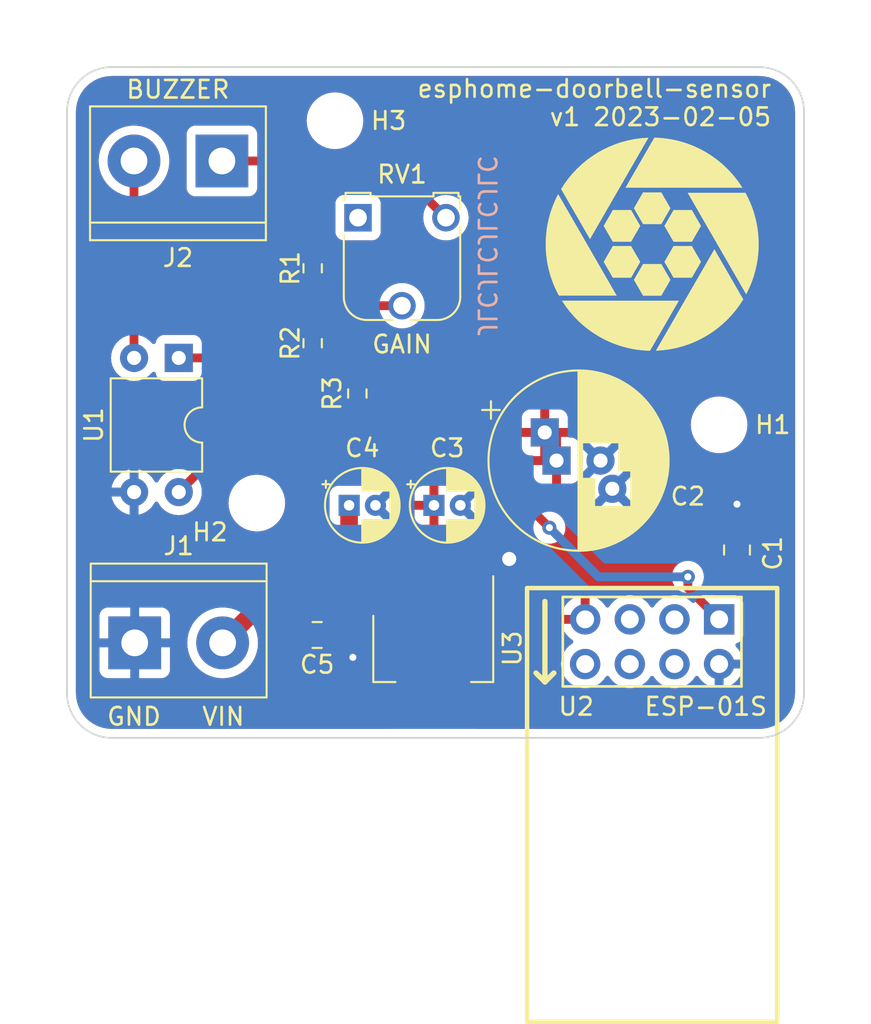
<source format=kicad_pcb>
(kicad_pcb (version 20221018) (generator pcbnew)
  (layers (0 "F.Cu" signal) (31 "B.Cu" signal) (34 "B.Paste" user) (35 "F.Paste" user) (36 "B.SilkS" user "B.Silkscreen") (37 "F.SilkS" user "F.Silkscreen") (38 "B.Mask" user) (39 "F.Mask" user) (44 "Edge.Cuts" user))
  (net 0 "")
  (net 2 "VCC")
  (net 3 "GND")
  (net 4 "+3.3V")
  (net 5 "Net-(R1-Pad2)")
  (net 6 "Net-(R2-Pad2)")
  (net 7 "Net-(J2-Pad2)")
  (net 13 "Net-(J2-Pad1)")
  (net 14 "/TXD")
  (footprint "Capacitor_THT:CP_Radial_D4.0mm_P1.50mm" (layer "F.Cu") (at 175.8074 62.992)
    (fp_text reference "C3" (at 0.75 -3.25) (layer "F.SilkS"))
    (fp_text value "10μF")
    (pad "1" thru_hole rect (at 0 0) (size 1.2 1.2) (drill 0.6) (layers "*.Cu" "*.Mask") (net 4 "+3.3V"))
    (pad "2" thru_hole circle (at 1.5 0) (size 1.2 1.2) (drill 0.6) (layers "*.Cu" "*.Mask") (net 3 "GND"))
  )
  (footprint "Package_DIP:DIP-4_W7.62mm" (layer "F.Cu") (at 161.295 54.62 -90)
    (fp_text reference "U1" (at 3.81 4.831 90) (layer "F.SilkS"))
    (fp_text value "PC817")
    (pad "1" thru_hole rect (at 0 0 270) (size 1.6 1.6) (drill 0.8) (layers "*.Cu" "*.Mask") (net 6 "Net-(R2-Pad2)"))
    (pad "2" thru_hole oval (at 0 2.54 270) (size 1.6 1.6) (drill 0.8) (layers "*.Cu" "*.Mask") (net 7 "Net-(J2-Pad2)"))
    (pad "3" thru_hole oval (at 7.62 2.54 270) (size 1.6 1.6) (drill 0.8) (layers "*.Cu" "*.Mask") (net 3 "GND"))
    (pad "4" thru_hole oval (at 7.62 0 270) (size 1.6 1.6) (drill 0.8) (layers "*.Cu" "*.Mask") (net 14 "/TXD"))
  )
  (footprint "!Custom:TerminalBlock_KF301-2P-5mm" (layer "F.Cu") (at 163.75 43.434 180)
    (fp_text reference "J2" (at 2.5 -5.5) (layer "F.SilkS"))
    (fp_text value "BUZZER" (at 2.5 4.061) (layer "F.SilkS"))
    (pad "1" thru_hole rect (at 0 0 180) (size 3 3) (drill 1.52) (layers "*.Cu" "*.Mask") (net 13 "Net-(J2-Pad1)"))
    (pad "2" thru_hole circle (at 5 0 180) (size 3 3) (drill 1.52) (layers "*.Cu" "*.Mask") (net 7 "Net-(J2-Pad2)"))
  )
  (footprint "MountingHole:MountingHole_2.2mm_M2" (layer "F.Cu") (at 170.18 41.148)
    (fp_text reference "H3" (at 3.048 0) (layer "F.SilkS"))
    (fp_text value "MountingHole")
    (pad "" np_thru_hole circle (at 0 0) (size 2.2 2.2) (drill 2.2) (layers "*.Cu" "*.Mask"))
  )
  (footprint "MountingHole:MountingHole_2.2mm_M2" (layer "F.Cu") (at 192.024 58.42)
    (fp_text reference "H1" (at 3.048 0) (layer "F.SilkS"))
    (fp_text value "MountingHole")
    (pad "" np_thru_hole circle (at 0 0) (size 2.2 2.2) (drill 2.2) (layers "*.Cu" "*.Mask"))
  )
  (footprint "Capacitor_SMD:C_0805_2012Metric" (layer "F.Cu") (at 169.164 70.358 180)
    (fp_text reference "C5" (at 0 -1.68) (layer "F.SilkS"))
    (fp_text value "0.1μF")
    (pad "1" smd roundrect (at -0.95 0 180) (size 1 1.45) (layers "F.Cu" "F.Paste" "F.Mask") (net 3 "GND"))
    (pad "2" smd roundrect (at 0.95 0 180) (size 1 1.45) (layers "F.Cu" "F.Paste" "F.Mask") (net 2 "VCC"))
  )
  (footprint "Resistor_SMD:R_0603_1608Metric" (layer "F.Cu") (at 168.91 53.785 -90)
    (fp_text reference "R2" (at 0 1.27 90) (layer "F.SilkS"))
    (fp_text value "?Ω")
    (pad "1" smd roundrect (at -0.825 0 270) (size 0.8 0.95) (layers "F.Cu" "F.Paste" "F.Mask") (net 5 "Net-(R1-Pad2)"))
    (pad "2" smd roundrect (at 0.825 0 270) (size 0.8 0.95) (layers "F.Cu" "F.Paste" "F.Mask") (net 6 "Net-(R2-Pad2)"))
  )
  (footprint "!Custom:ESP-01" (layer "F.Cu") (at 192.024 69.469 -90)
    (fp_text reference "U2")
    (fp_text value "ESP-01S" (at 4.953 0.762 180) (layer "F.SilkS"))
    (fp_text user "${REFERENCE}" (at 4.953 8.128 unlocked) (layer "F.SilkS"))
    (pad "1" thru_hole rect (at 0 0 270) (size 1.7272 1.7272) (drill 1.016) (layers "*.Cu" "*.Mask") (net 14 "/TXD"))
    (pad "2" thru_hole oval (at 2.54 0 270) (size 1.7272 1.7272) (drill 1.016) (layers "*.Cu" "*.Mask") (net 3 "GND"))
    (pad "3" thru_hole oval (at 0 2.54 270) (size 1.7272 1.7272) (drill 1.016) (layers "*.Cu" "*.Mask"))
    (pad "4" thru_hole oval (at 2.54 2.54 270) (size 1.7272 1.7272) (drill 1.016) (layers "*.Cu" "*.Mask"))
    (pad "5" thru_hole oval (at 0 5.08 270) (size 1.7272 1.7272) (drill 1.016) (layers "*.Cu" "*.Mask"))
    (pad "6" thru_hole oval (at 2.54 5.08 270) (size 1.7272 1.7272) (drill 1.016) (layers "*.Cu" "*.Mask"))
    (pad "7" thru_hole oval (at 0 7.62 270) (size 1.7272 1.7272) (drill 1.016) (layers "*.Cu" "*.Mask") (net 4 "+3.3V"))
    (pad "8" thru_hole oval (at 2.54 7.62 270) (size 1.7272 1.7272) (drill 1.016) (layers "*.Cu" "*.Mask"))
    (zone (net 0) (net_name "") (layers "*.Cu") (connect_pads (clearance 0)) (min_thickness 0.254)
      (keepout (tracks not_allowed) (vias not_allowed) (pads not_allowed) (copperpour not_allowed) (footprints not_allowed))
      (fill (thermal_gap 0.508) (thermal_bridge_width 0.508))
      (polygon (pts (xy 181.102 92.329) (xy 181.102 84.963) (xy 195.326 84.963) (xy 195.326 92.329)))
    )
  )
  (footprint "Resistor_SMD:R_0603_1608Metric" (layer "F.Cu") (at 171.45 56.642 90)
    (fp_text reference "R3" (at 0 -1.43 90) (layer "F.SilkS"))
    (fp_text value "10k")
    (pad "1" smd roundrect (at -0.825 0 90) (size 0.8 0.95) (layers "F.Cu" "F.Paste" "F.Mask") (net 14 "/TXD"))
    (pad "2" smd roundrect (at 0.825 0 90) (size 0.8 0.95) (layers "F.Cu" "F.Paste" "F.Mask") (net 4 "+3.3V"))
  )
  (footprint "Package_TO_SOT_SMD:SOT-223-3_TabPin2" (layer "F.Cu") (at 175.768 71.12 -90)
    (fp_text reference "U3" (at 0 -4.5 90) (layer "F.SilkS"))
    (fp_text value "AMS1117-3.3")
    (pad "1" smd rect (at -3.15 -2.3 270) (size 2 1.5) (layers "F.Cu" "F.Paste" "F.Mask") (net 3 "GND"))
    (pad "2" smd rect (at -3.15 0 270) (size 2 1.5) (layers "F.Cu" "F.Paste" "F.Mask") (net 4 "+3.3V"))
    (pad "2" smd rect (at 3.15 0 270) (size 2 3.8) (layers "F.Cu" "F.Paste" "F.Mask") (net 4 "+3.3V"))
    (pad "3" smd rect (at -3.15 2.3 270) (size 2 1.5) (layers "F.Cu" "F.Paste" "F.Mask") (net 2 "VCC"))
  )
  (footprint "Potentiometer_THT:Potentiometer_Runtron_RM-065_Vertical" (layer "F.Cu") (at 171.49 46.655)
    (fp_text reference "RV1" (at 2.5 -2.459) (layer "F.SilkS"))
    (fp_text value "2K")
    (pad "1" thru_hole rect (at 0 0) (size 1.56 1.56) (drill 1) (layers "*.Cu" "*.Mask"))
    (pad "2" thru_hole circle (at 2.5 5) (size 1.56 1.56) (drill 1) (layers "*.Cu" "*.Mask") (net 5 "Net-(R1-Pad2)"))
    (pad "3" thru_hole circle (at 5 0) (size 1.56 1.56) (drill 1) (layers "*.Cu" "*.Mask") (net 13 "Net-(J2-Pad1)"))
  )
  (footprint "Resistor_SMD:R_0603_1608Metric" (layer "F.Cu") (at 168.91 49.53 -90)
    (fp_text reference "R1" (at 0 1.27 -90) (layer "F.SilkS"))
    (fp_text value "?Ω")
    (pad "1" smd roundrect (at -0.825 0 270) (size 0.8 0.95) (layers "F.Cu" "F.Paste" "F.Mask") (net 13 "Net-(J2-Pad1)"))
    (pad "2" smd roundrect (at 0.825 0 270) (size 0.8 0.95) (layers "F.Cu" "F.Paste" "F.Mask") (net 5 "Net-(R1-Pad2)"))
  )
  (footprint "!Custom:TerminalBlock_KF301-2P-5mm" (layer "F.Cu") (at 158.79 70.804)
    (fp_text reference "J1" (at 2.5 -5.5) (layer "F.SilkS"))
    (fp_text value "PWR")
    (pad "1" thru_hole rect (at 0 0) (size 3 3) (drill 1.52) (layers "*.Cu" "*.Mask") (net 3 "GND"))
    (pad "2" thru_hole circle (at 5 0) (size 3 3) (drill 1.52) (layers "*.Cu" "*.Mask") (net 2 "VCC"))
  )
  (footprint "Capacitor_SMD:C_0805_2012Metric" (layer "F.Cu") (at 193.04 65.532 -90)
    (fp_text reference "C1" (at 0.188 -2.032 90) (layer "F.SilkS"))
    (fp_text value "0.1μF")
    (pad "1" smd roundrect (at -0.95 0 270) (size 1 1.45) (layers "F.Cu" "F.Paste" "F.Mask") (net 3 "GND"))
    (pad "2" smd roundrect (at 0.95 0 270) (size 1 1.45) (layers "F.Cu" "F.Paste" "F.Mask") (net 4 "+3.3V"))
  )
  (footprint "Capacitor_THT:CP_Radial_D10.0mm_P2.50mm_P5.00mm" (layer "F.Cu") (at 182.778323 60.452)
    (fp_text reference "C2" (at 7.467677 2.032) (layer "F.SilkS"))
    (fp_text value "470μF")
    (pad "1" thru_hole rect (at -0.670937 -1.6) (size 1.6 1.6) (drill 0.8) (layers "*.Cu" "*.Mask") (net 4 "+3.3V"))
    (pad "1" thru_hole rect (at 0 0) (size 1.6 1.6) (drill 0.8) (layers "*.Cu" "*.Mask") (net 4 "+3.3V"))
    (pad "2" thru_hole circle (at 2.5 0) (size 1.6 1.6) (drill 0.8) (layers "*.Cu" "*.Mask") (net 3 "GND"))
    (pad "2" thru_hole circle (at 3.170937 1.6) (size 1.6 1.6) (drill 0.8) (layers "*.Cu" "*.Mask") (net 3 "GND"))
  )
  (footprint "Capacitor_THT:CP_Radial_D4.0mm_P1.50mm" (layer "F.Cu") (at 170.981401 62.992)
    (fp_text reference "C4" (at 0.75 -3.25) (layer "F.SilkS"))
    (fp_text value "10μF")
    (pad "1" thru_hole rect (at 0 0) (size 1.2 1.2) (drill 0.6) (layers "*.Cu" "*.Mask") (net 2 "VCC"))
    (pad "2" thru_hole circle (at 1.5 0) (size 1.2 1.2) (drill 0.6) (layers "*.Cu" "*.Mask") (net 3 "GND"))
  )
  (footprint "MountingHole:MountingHole_2.2mm_M2" (layer "F.Cu") (at 165.735 62.865)
    (fp_text reference "H2" (at -2.667 1.651) (layer "F.SilkS"))
    (fp_text value "MountingHole")
    (pad "" np_thru_hole circle (at 0 0) (size 2.2 2.2) (drill 2.2) (layers "*.Cu" "*.Mask"))
  )
  (gr_poly (pts (xy 189.24881 50.185216) (xy 188.732584 51.079259) (xy 187.700254 51.079259) (xy 187.18411 50.185216) (xy 187.700254 49.291172) (xy 188.732584 49.291172)) (stroke (width 0.016)) (fill solid) (layer "F.SilkS"))
  (gr_poly (pts (xy 187.530135 47.122084) (xy 187.013867 48.016087) (xy 185.981537 48.016087) (xy 185.465434 47.122084) (xy 185.981578 46.228) (xy 187.013908 46.228)) (stroke (width 0.016)) (fill solid) (layer "F.SilkS"))
  (gr_poly (pts (xy 188.089728 54.206551) (xy 187.892921 54.199326) (xy 187.697782 54.185893) (xy 187.504406 54.166347) (xy 187.312889 54.140787) (xy 187.123327 54.109307) (xy 186.935814 54.072004) (xy 186.750448 54.028974) (xy 186.567323 53.980315) (xy 186.386535 53.926122) (xy 186.208179 53.866492) (xy 186.032352 53.801521) (xy 185.859148 53.731305) (xy 185.520994 53.575526) (xy 185.194481 53.399925) (xy 184.880375 53.205273) (xy 184.579439 52.992342) (xy 184.29244 52.761903) (xy 184.02014 52.514725) (xy 183.763306 52.251582) (xy 183.522701 51.973243) (xy 183.29909 51.68048) (xy 183.093238 51.374063) (xy 189.724977 51.374063)) (stroke (width 0.016)) (fill solid) (layer "F.SilkS"))
  (gr_poly (pts (xy 190.984766 47.122084) (xy 190.468498 48.016087) (xy 189.43621 48.016087) (xy 188.920107 47.122084) (xy 189.43621 46.228) (xy 190.468498 46.228)) (stroke (width 0.016)) (fill solid) (layer "F.SilkS"))
  (gr_poly (pts (xy 188.54004 42.122304) (xy 188.735179 42.135724) (xy 188.928555 42.155257) (xy 189.120072 42.180807) (xy 189.309634 42.212277) (xy 189.497145 42.249571) (xy 189.682511 42.292592) (xy 189.865635 42.341245) (xy 190.046422 42.395432) (xy 190.224777 42.455057) (xy 190.400603 42.520024) (xy 190.573806 42.590236) (xy 190.911957 42.74601) (xy 191.238466 42.921607) (xy 191.552569 43.116257) (xy 191.853501 43.329188) (xy 192.140497 43.559627) (xy 192.412793 43.806804) (xy 192.669624 44.069947) (xy 192.910225 44.348285) (xy 193.133833 44.641046) (xy 193.339681 44.947458) (xy 186.707901 44.947458) (xy 188.343232 42.115094)) (stroke (width 0.016)) (fill solid) (layer "F.SilkS"))
  (gr_poly (pts (xy 187.5303 49.164213) (xy 187.01395 50.058257) (xy 185.981661 50.058257) (xy 185.465517 49.164213) (xy 185.981661 48.270087) (xy 187.01395 48.270087)) (stroke (width 0.016)) (fill solid) (layer "F.SilkS"))
  (gr_poly (pts (xy 193.604164 45.411229) (xy 193.686177 45.577669) (xy 193.763222 45.746908) (xy 193.835196 45.918856) (xy 193.901998 46.093422) (xy 193.963526 46.270517) (xy 194.019678 46.450051) (xy 194.070351 46.631933) (xy 194.115445 46.816074) (xy 194.154857 47.002384) (xy 194.188485 47.190772) (xy 194.216228 47.381148) (xy 194.237983 47.573423) (xy 194.253648 47.767507) (xy 194.263122 47.963309) (xy 194.266303 48.16074) (xy 194.263311 48.351976) (xy 194.254398 48.541677) (xy 194.239659 48.72976) (xy 194.219189 48.916146) (xy 194.193083 49.100755) (xy 194.161435 49.283506) (xy 194.12434 49.464319) (xy 194.081894 49.643113) (xy 194.03419 49.819809) (xy 193.981323 49.994325) (xy 193.923389 50.166582) (xy 193.860482 50.336499) (xy 193.792697 50.503996) (xy 193.720129 50.668992) (xy 193.642872 50.831408) (xy 193.561022 50.991162) (xy 191.883523 48.085664) (xy 190.244966 45.247677) (xy 193.517284 45.247677)) (stroke (width 0.016)) (fill solid) (layer "F.SilkS"))
  (gr_poly (pts (xy 193.389374 51.294316) (xy 193.187996 51.604302) (xy 192.968626 51.900791) (xy 192.732031 52.183012) (xy 192.478981 52.450194) (xy 192.210242 52.701569) (xy 191.926584 52.936365) (xy 191.628774 53.153813) (xy 191.317581 53.353142) (xy 190.993772 53.533582) (xy 190.658116 53.694363) (xy 190.31138 53.834715) (xy 189.954334 53.953867) (xy 189.587744 54.05105) (xy 189.21238 54.125493) (xy 188.829009 54.176425) (xy 188.4384 54.203078) (xy 190.11499 51.299029) (xy 191.753546 48.460918)) (stroke (width 0.016)) (fill solid) (layer "F.SilkS"))
  (gr_poly (pts (xy 186.317971 45.022533) (xy 184.679374 47.86052) (xy 183.043422 45.027164) (xy 183.244817 44.717181) (xy 183.464203 44.420697) (xy 183.700812 44.138482) (xy 183.953876 43.871306) (xy 184.222629 43.61994) (xy 184.5063 43.385152) (xy 184.804123 43.167714) (xy 185.11533 42.968395) (xy 185.439153 42.787964) (xy 185.774823 42.627193) (xy 186.121573 42.486851) (xy 186.478635 42.367708) (xy 186.845241 42.270533) (xy 187.220624 42.196098) (xy 187.604014 42.145172) (xy 187.994644 42.118525)) (stroke (width 0.016)) (fill solid) (layer "F.SilkS"))
  (gr_poly (pts (xy 189.248852 46.118653) (xy 188.732584 47.012697) (xy 187.700254 47.012697) (xy 187.18411 46.118653) (xy 187.700254 45.224568) (xy 188.732584 45.224568)) (stroke (width 0.016)) (fill solid) (layer "F.SilkS"))
  (gr_poly (pts (xy 184.549356 48.235816) (xy 186.187954 51.073885) (xy 182.915595 51.073885) (xy 182.828718 50.910339) (xy 182.746708 50.743903) (xy 182.669667 50.574667) (xy 182.597696 50.402722) (xy 182.530897 50.228156) (xy 182.469373 50.05106) (xy 182.413224 49.871525) (xy 182.362554 49.68964) (xy 182.317463 49.505495) (xy 182.278054 49.319181) (xy 182.244428 49.130788) (xy 182.216688 48.940405) (xy 182.194935 48.748123) (xy 182.179271 48.554031) (xy 182.169798 48.358221) (xy 182.166618 48.160781) (xy 182.16961 47.969556) (xy 182.178523 47.779866) (xy 182.193263 47.591791) (xy 182.213734 47.405412) (xy 182.239841 47.220808) (xy 182.271489 47.038061) (xy 182.308584 46.85725) (xy 182.35103 46.678456) (xy 182.398733 46.501759) (xy 182.451597 46.32724) (xy 182.509528 46.15498) (xy 182.57243 45.985057) (xy 182.640209 45.817554) (xy 182.71277 45.652549) (xy 182.790017 45.490125) (xy 182.871856 45.33036)) (stroke (width 0.016)) (fill solid) (layer "F.SilkS"))
  (gr_poly (pts (xy 190.98489 49.164213) (xy 190.468498 50.058257) (xy 189.43621 50.058257) (xy 188.920107 49.164213) (xy 189.43621 48.270087) (xy 190.468498 48.270087)) (stroke (width 0.016)) (fill solid) (layer "F.SilkS"))
  (gr_line (start 196.85 73.66) (end 196.85 40.64) (stroke (width 0.1)) (layer "Edge.Cuts"))
  (gr_line (start 157.48 76.2) (end 194.31 76.2) (stroke (width 0.1)) (layer "Edge.Cuts"))
  (gr_line (start 194.31 38.1) (end 157.48 38.1) (stroke (width 0.1)) (layer "Edge.Cuts"))
  (gr_arc (start 196.85 73.66) (mid 196.106051 75.456051) (end 194.31 76.2) (stroke (width 0.1)) (layer "Edge.Cuts"))
  (gr_arc (start 154.94 40.64) (mid 155.683949 38.843949) (end 157.48 38.1) (stroke (width 0.1)) (layer "Edge.Cuts"))
  (gr_arc (start 194.31 38.1) (mid 196.106051 38.843949) (end 196.85 40.64) (stroke (width 0.1)) (layer "Edge.Cuts"))
  (gr_line (start 154.94 40.64) (end 154.94 73.66) (stroke (width 0.1)) (layer "Edge.Cuts"))
  (gr_arc (start 157.48 76.2) (mid 155.683949 75.456051) (end 154.94 73.66) (stroke (width 0.1)) (layer "Edge.Cuts"))
  (gr_text "JLCJLCJLCJLC" (at 178.816 48.26 270) (layer "B.SilkS") (effects (font (size 1 1)) (justify mirror)))
  (gr_text "GAIN" (at 173.99 53.848) (layer "F.SilkS") (effects (font (size 1 1))))
  (gr_text "esphome-doorbell-sensor\nv1 2023-02-05" (at 195.072 40.132) (layer "F.SilkS") (effects (font (size 1 1)) (justify right)))
  (gr_text "GND" (at 158.75 74.992) (layer "F.SilkS") (effects (font (size 1 1))))
  (gr_text "VIN" (at 163.83 74.992) (layer "F.SilkS") (effects (font (size 1 1))))
  (segment (start 170.981401 62.992) (end 170.981401 67.907401) (width 1) (layer "F.Cu") (net 2))
  (segment (start 166.624 67.97) (end 168.25 67.97) (width 1) (layer "F.Cu") (net 2))
  (segment (start 168.25 67.97) (end 171.044 67.97) (width 1) (layer "F.Cu") (net 2))
  (segment (start 168.214 68.006) (end 168.25 67.97) (width 0.5) (layer "F.Cu") (net 2))
  (segment (start 170.981401 67.907401) (end 171.044 67.97) (width 0.5) (layer "F.Cu") (net 2))
  (segment (start 171.044 67.97) (end 173.468 67.97) (width 1) (layer "F.Cu") (net 2))
  (segment (start 163.79 70.804) (end 166.624 67.97) (width 1) (layer "F.Cu") (net 2))
  (segment (start 168.214 70.358) (end 168.214 68.006) (width 1) (layer "F.Cu") (net 2))
  (segment (start 170.114 70.546) (end 171.196 71.628) (width 0.5) (layer "F.Cu") (net 3))
  (segment (start 178.068 67.97) (end 178.156 67.97) (width 0.5) (layer "F.Cu") (net 3))
  (segment (start 178.156 67.97) (end 180.086 66.04) (width 1) (layer "F.Cu") (net 3))
  (segment (start 170.114 70.358) (end 170.114 70.546) (width 0.5) (layer "F.Cu") (net 3))
  (segment (start 193.04 64.516) (end 193.04 62.926) (width 0.5) (layer "F.Cu") (net 3))
  (via (at 193.04 62.926) (size 0.8) (drill 0.4) (layers "F.Cu" "B.Cu") (net 3))
  (via (at 171.196 71.628) (size 0.8) (drill 0.4) (layers "F.Cu" "B.Cu") (net 3))
  (via (at 180.086 66.04) (size 1.6) (drill 0.8) (layers "F.Cu" "B.Cu") (net 3))
  (segment (start 168.91 52.96) (end 168.91 51.435) (width 0.5) (layer "F.Cu") (net 5))
  (segment (start 173.99 51.655) (end 169.13 51.655) (width 0.5) (layer "F.Cu") (net 5))
  (segment (start 168.91 50.355) (end 168.91 51.435) (width 0.5) (layer "F.Cu") (net 5))
  (segment (start 169.13 51.655) (end 168.91 51.435) (width 0.5) (layer "F.Cu") (net 5))
  (segment (start 168.9 54.62) (end 168.91 54.61) (width 0.5) (layer "F.Cu") (net 6))
  (segment (start 161.295 54.62) (end 168.9 54.62) (width 0.5) (layer "F.Cu") (net 6))
  (segment (start 158.75 54.615) (end 158.755 54.62) (width 0.5) (layer "F.Cu") (net 7))
  (segment (start 158.75 43.434) (end 158.75 54.615) (width 0.5) (layer "F.Cu") (net 7))
  (segment (start 174.285 44.45) (end 176.49 46.655) (width 0.5) (layer "F.Cu") (net 13))
  (segment (start 165.989 43.434) (end 163.75 43.434) (width 0.5) (layer "F.Cu") (net 13))
  (segment (start 168.91 46.355) (end 168.91 48.705) (width 0.5) (layer "F.Cu") (net 13))
  (segment (start 167.005 44.45) (end 165.989 43.434) (width 0.5) (layer "F.Cu") (net 13))
  (segment (start 167.005 44.45) (end 174.285 44.45) (width 0.5) (layer "F.Cu") (net 13))
  (segment (start 168.91 46.355) (end 167.005 44.45) (width 0.5) (layer "F.Cu") (net 13))
  (segment (start 161.295 62.24) (end 166.068 57.467) (width 0.5) (layer "F.Cu") (net 14))
  (segment (start 166.068 57.467) (end 171.45 57.467) (width 0.5) (layer "F.Cu") (net 14))
  (segment (start 175.577 57.467) (end 182.372 64.262) (width 0.5) (layer "F.Cu") (net 14))
  (segment (start 190.246 67.691) (end 192.024 69.469) (width 0.5) (layer "F.Cu") (net 14))
  (segment (start 190.246 67.056) (end 190.246 67.691) (width 0.5) (layer "F.Cu") (net 14))
  (segment (start 171.45 57.467) (end 175.577 57.467) (width 0.5) (layer "F.Cu") (net 14))
  (via (at 182.372 64.262) (size 0.8) (drill 0.4) (layers "F.Cu" "B.Cu") (net 14))
  (via (at 190.246 67.056) (size 0.8) (drill 0.4) (layers "F.Cu" "B.Cu") (net 14))
  (segment (start 182.372 64.262) (end 185.166 67.056) (width 0.5) (layer "B.Cu") (net 14))
  (segment (start 185.166 67.056) (end 190.246 67.056) (width 0.5) (layer "B.Cu") (net 14))
  (zone (net 4) (net_name "+3.3V") (layer "F.Cu") (connect_pads (clearance 0.508)) (min_thickness 0.254) (fill yes (thermal_gap 0.508) (thermal_bridge_width 0.508))
    (polygon (pts (xy 200.66 80.01) (xy 151.13 80.01) (xy 151.13 34.29) (xy 200.66 34.29)))
  )
  (zone (net 3) (net_name "GND") (layer "B.Cu") (connect_pads (clearance 0.508)) (min_thickness 0.254) (fill yes (thermal_gap 0.508) (thermal_bridge_width 0.508))
    (polygon (pts (xy 200.66 80.01) (xy 151.13 80.01) (xy 151.13 34.29) (xy 200.66 34.29)))
  )
)
</source>
